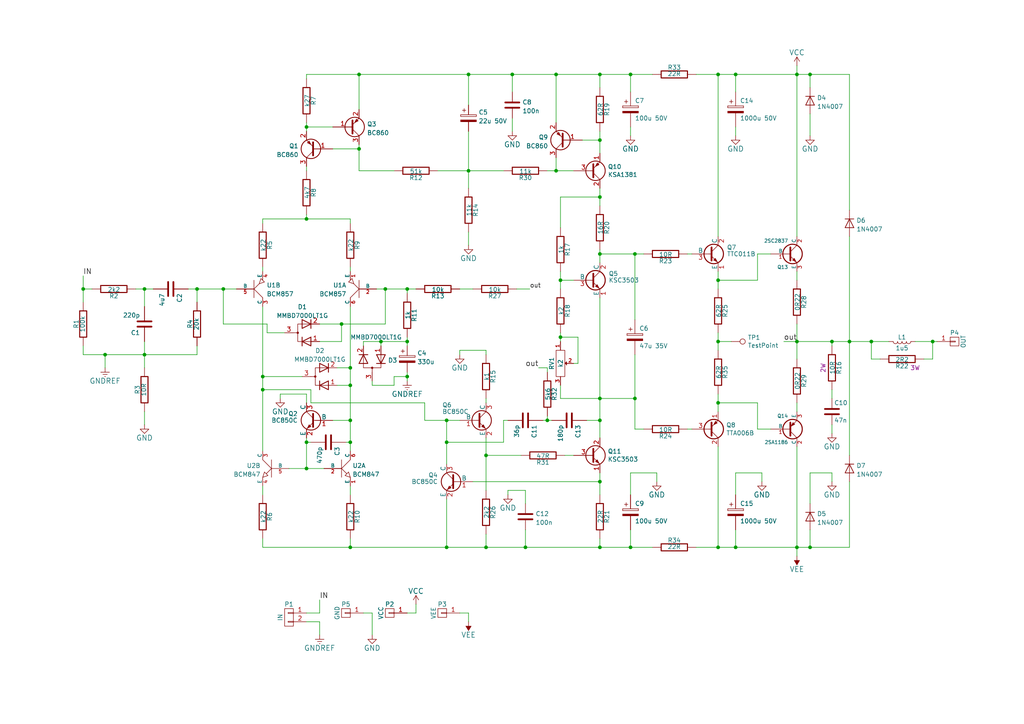
<source format=kicad_sch>
(kicad_sch (version 20211123) (generator eeschema)
  (paper "A4")
  (lib_symbols
    (symbol "Connector:TestPoint" (pin_numbers hide) (pin_names (offset 0.762) hide)
      (property "Reference" "TP" (at 0 6.858 0))
      (property "Value" "TestPoint" (at 0 5.08 0))
      (symbol "TestPoint_1_1"
        (pin passive line (at 0 0 90) (length 2.54) (name "1") (number "1"))
      )
    )
    (symbol "Device:C_Polarized" (pin_numbers hide) (pin_names (offset 0.254))
      (property "Reference" "C" (at 0.635 2.54 0))
      (property "Value" "C_Polarized" (at 0.635 -2.54 0))
      (symbol "C_Polarized_1_1"
        (pin passive line (at 0 3.81 270) (length 2.794) (name "~") (number "1"))
        (pin passive line (at 0 -3.81 90) (length 2.794) (name "~") (number "2"))
      )
    )
    (symbol "Device:D_Dual_Series_AKC_Parallel" (pin_names (offset 0.762) hide)
      (property "Reference" "D" (at 0 5.08 0))
      (property "Value" "D_Dual_Series_AKC_Parallel" (at 0 -5.08 0))
      (symbol "D_Dual_Series_AKC_Parallel_0_1"
        (pin passive line (at 5.08 -2.54 180) (length 2.54) (name "K") (number "1"))
        (pin passive line (at 5.08 2.54 180) (length 2.54) (name "K") (number "2"))
        (pin passive line (at -5.08 0 0) (length 2.54) (name "A") (number "3"))
      )
    )
    (symbol "Device:Q_NPN_ECB" (pin_names (offset 0) hide)
      (property "Reference" "Q" (at 5.08 1.27 0))
      (property "Value" "Q_NPN_ECB" (at 5.08 -1.27 0))
      (symbol "Q_NPN_ECB_1_1"
        (pin passive line (at 2.54 -5.08 90) (length 2.54) (name "E") (number "1"))
        (pin passive line (at 2.54 5.08 270) (length 2.54) (name "C") (number "2"))
        (pin passive line (at -5.08 0 0) (length 5.715) (name "B") (number "3"))
      )
    )
    (symbol "Device:Q_PNP_ECB" (pin_names (offset 0) hide)
      (property "Reference" "Q" (at 5.08 1.27 0))
      (property "Value" "Q_PNP_ECB" (at 5.08 -1.27 0))
      (symbol "Q_PNP_ECB_1_1"
        (pin passive line (at 2.54 -5.08 90) (length 2.54) (name "E") (number "1"))
        (pin passive line (at 2.54 5.08 270) (length 2.54) (name "C") (number "2"))
        (pin input line (at -5.08 0 0) (length 5.715) (name "B") (number "3"))
      )
    )
    (symbol "Transistor_BJT:BC860" (pin_names (offset 0) hide)
      (property "Reference" "Q" (at 5.08 1.905 0))
      (property "Value" "BC860" (at 5.08 0 0))
      (symbol "BC860_1_1"
        (pin input line (at -5.08 0 0) (length 5.715) (name "B") (number "1"))
        (pin passive line (at 2.54 -5.08 90) (length 2.54) (name "E") (number "2"))
        (pin passive line (at 2.54 5.08 270) (length 2.54) (name "C") (number "3"))
      )
    )
    (symbol "Transistor_BJT:BD140" (pin_names (offset 0) hide)
      (property "Reference" "Q" (at 5.08 1.905 0))
      (property "Value" "BD140" (at 5.08 0 0))
      (symbol "BD140_1_1"
        (pin passive line (at 2.54 -5.08 90) (length 2.54) (name "E") (number "1"))
        (pin passive line (at 2.54 5.08 270) (length 2.54) (name "C") (number "2"))
        (pin input line (at -5.08 0 0) (length 5.08) (name "B") (number "3"))
      )
    )
    (symbol "blameless-rescue:2SA1837" (pin_names (offset 0))
      (property "Reference" "Q" (at 0 -3.81 0))
      (property "Value" "2SA1837" (at 0 3.81 0))
      (symbol "2SA1837_1_1"
        (pin input line (at -5.08 0 0) (length 5.715) (name "B") (number "1"))
        (pin passive line (at 2.54 5.08 270) (length 2.54) (name "C") (number "2"))
        (pin passive line (at 2.54 -5.08 90) (length 2.54) (name "E") (number "3"))
      )
    )
    (symbol "blameless-rescue:2SC4793" (pin_names (offset 0))
      (property "Reference" "Q" (at 0 -3.81 0))
      (property "Value" "2SC4793" (at 0 3.81 0))
      (symbol "2SC4793_1_1"
        (pin input line (at -5.08 0 0) (length 5.715) (name "B") (number "1"))
        (pin passive line (at 2.54 5.08 270) (length 2.54) (name "C") (number "2"))
        (pin passive line (at 2.54 -5.08 90) (length 2.54) (name "E") (number "3"))
      )
    )
    (symbol "blameless-rescue:BC850" (pin_names (offset 0))
      (property "Reference" "Q" (at 5.08 1.905 0))
      (property "Value" "BC850" (at 5.08 0 0))
      (symbol "BC850_1_1"
        (pin input line (at -5.08 0 0) (length 5.08) (name "B") (number "1"))
        (pin passive line (at 2.54 -5.08 90) (length 2.54) (name "E") (number "2"))
        (pin passive line (at 2.54 5.08 270) (length 2.54) (name "C") (number "3"))
      )
    )
    (symbol "blameless-rescue:BCM847" (pin_names (offset 0))
      (property "Reference" "U" (at -2.54 3.81 0))
      (property "Value" "BCM847" (at -4.064 -4.318 0))
      (symbol "BCM847_1_1"
        (pin passive line (at 2.54 -5.08 90) (length 2.54) (name "E") (number "1"))
        (pin input line (at -5.08 0 0) (length 5.08) (name "B") (number "2"))
        (pin passive line (at 2.54 5.08 270) (length 2.54) (name "C") (number "6"))
      )
      (symbol "BCM847_2_1"
        (pin passive line (at 2.54 5.08 270) (length 2.54) (name "C") (number "3"))
        (pin passive line (at 2.54 -5.08 90) (length 2.54) (name "E") (number "4"))
        (pin input line (at -5.08 0 0) (length 5.08) (name "B") (number "5"))
      )
    )
    (symbol "blameless-rescue:BCM857" (pin_names (offset 0))
      (property "Reference" "U" (at -2.54 3.81 0))
      (property "Value" "BCM857" (at -4.064 -4.318 0))
      (symbol "BCM857_1_1"
        (pin passive line (at 2.54 -5.08 90) (length 2.54) (name "E") (number "1"))
        (pin input line (at -5.08 0 0) (length 5.08) (name "B") (number "2"))
        (pin passive line (at 2.54 5.08 270) (length 2.54) (name "C") (number "6"))
      )
      (symbol "BCM857_2_1"
        (pin passive line (at 2.54 5.08 270) (length 2.54) (name "C") (number "3"))
        (pin passive line (at 2.54 -5.08 90) (length 2.54) (name "E") (number "4"))
        (pin input line (at -5.08 0 0) (length 5.08) (name "B") (number "5"))
      )
    )
    (symbol "blameless-rescue:BD135" (pin_names (offset 0))
      (property "Reference" "Q" (at 5.08 1.905 0))
      (property "Value" "BD135" (at 5.08 0 0))
      (symbol "BD135_1_1"
        (pin passive line (at 2.54 -5.08 90) (length 2.54) (name "E") (number "1"))
        (pin passive line (at 2.54 5.08 270) (length 2.54) (name "C") (number "2"))
        (pin input line (at -5.08 0 0) (length 5.08) (name "B") (number "3"))
      )
    )
    (symbol "blameless-rescue:C" (pin_numbers hide) (pin_names (offset 0.254))
      (property "Reference" "C" (at 0.635 2.54 0))
      (property "Value" "C" (at 0.635 -2.54 0))
      (symbol "C_1_1"
        (pin passive line (at 0 3.81 270) (length 2.794) (name "~") (number "1"))
        (pin passive line (at 0 -3.81 90) (length 2.794) (name "~") (number "2"))
      )
    )
    (symbol "blameless-rescue:C-RESCUE-blameless" (pin_numbers hide) (pin_names (offset 0.254))
      (property "Reference" "C" (at 1.27 2.54 0))
      (property "Value" "C-RESCUE-blameless" (at 1.27 -2.54 0))
      (symbol "C-RESCUE-blameless_1_1"
        (pin passive line (at 0 5.08 270) (length 4.318) (name "~") (number "1"))
        (pin passive line (at 0 -5.08 90) (length 4.318) (name "~") (number "2"))
      )
    )
    (symbol "blameless-rescue:CONN_01X01" (pin_names (offset 1.016) hide)
      (property "Reference" "J" (at 0 2.54 0))
      (property "Value" "CONN_01X01" (at 2.54 0 90))
      (symbol "CONN_01X01_1_1"
        (pin passive line (at -5.08 0 0) (length 3.81) (name "P1") (number "1"))
      )
    )
    (symbol "blameless-rescue:CONN_01X02" (pin_names (offset 1.016) hide)
      (property "Reference" "J" (at 0 3.81 0))
      (property "Value" "CONN_01X02" (at 2.54 0 90))
      (symbol "CONN_01X02_1_1"
        (pin passive line (at -5.08 1.27 0) (length 3.81) (name "P1") (number "1"))
        (pin passive line (at -5.08 -1.27 0) (length 3.81) (name "P2") (number "2"))
      )
    )
    (symbol "blameless-rescue:CP2" (pin_numbers hide) (pin_names (offset 0.254))
      (property "Reference" "C" (at 1.27 2.54 0))
      (property "Value" "CP2" (at 1.27 -2.54 0))
      (symbol "CP2_1_1"
        (pin passive line (at 0 5.08 270) (length 4.064) (name "~") (number "1"))
        (pin passive line (at 0 -5.08 90) (length 4.064) (name "~") (number "2"))
      )
    )
    (symbol "blameless-rescue:D" (pin_numbers hide) (pin_names (offset 1.016) hide)
      (property "Reference" "D" (at 0 2.54 0))
      (property "Value" "D" (at 0 -2.54 0))
      (symbol "D_1_1"
        (pin passive line (at -3.81 0 0) (length 2.54) (name "K") (number "1"))
        (pin passive line (at 3.81 0 180) (length 2.54) (name "A") (number "2"))
      )
    )
    (symbol "blameless-rescue:L" (pin_numbers hide) (pin_names (offset 1.016) hide)
      (property "Reference" "L" (at -1.27 0 90))
      (property "Value" "L" (at 1.905 0 90))
      (symbol "L_1_1"
        (pin passive line (at 0 3.81 270) (length 1.27) (name "1") (number "1"))
        (pin passive line (at 0 -3.81 90) (length 1.27) (name "2") (number "2"))
      )
    )
    (symbol "blameless-rescue:POT-RESCUE-blameless" (pin_names (offset 1.016) hide)
      (property "Reference" "RV" (at 0 -2.54 0))
      (property "Value" "POT-RESCUE-blameless" (at 0 0 0))
      (symbol "POT-RESCUE-blameless_1_1"
        (pin passive line (at -6.35 0 0) (length 2.54) (name "1") (number "1"))
        (pin passive line (at 0 3.81 270) (length 2.032) (name "2") (number "2"))
        (pin passive line (at 6.35 0 180) (length 2.54) (name "3") (number "3"))
      )
    )
    (symbol "blameless-rescue:R-RESCUE-blameless" (pin_numbers hide) (pin_names (offset 0))
      (property "Reference" "R" (at 2.032 0 90))
      (property "Value" "R-RESCUE-blameless" (at 0.1778 0.0254 90))
      (symbol "R-RESCUE-blameless_1_1"
        (pin passive line (at 0 6.35 270) (length 2.54) (name "~") (number "1"))
        (pin passive line (at 0 -6.35 90) (length 2.54) (name "~") (number "2"))
      )
    )
    (symbol "power:GND" (power) (pin_names (offset 0))
      (property "Value" "GND" (at 0 -3.81 0))
      (symbol "GND_1_1"
        (pin power_in line (at 0 0 270) (length 0) hide (name "GND") (number "1"))
      )
    )
    (symbol "power:GNDREF" (power) (pin_names (offset 0))
      (property "Value" "GNDREF" (at 0 -3.81 0))
      (symbol "GNDREF_1_1"
        (pin power_in line (at 0 0 270) (length 0) hide (name "GNDREF") (number "1"))
      )
    )
    (symbol "power:VCC" (power) (pin_names (offset 0))
      (property "Value" "VCC" (at 0 3.81 0))
      (symbol "VCC_1_1"
        (pin power_in line (at 0 0 90) (length 0) hide (name "VCC") (number "1"))
      )
    )
    (symbol "power:VEE" (power) (pin_names (offset 0))
      (property "Value" "VEE" (at 0 3.81 0))
      (symbol "VEE_1_1"
        (pin power_in line (at 0 0 90) (length 0) hide (name "VEE") (number "1"))
      )
    )
  )
  (junction (at 41.91 83.82))
  (junction (at 148.59 21.59))
  (junction (at 173.99 21.59))
  (junction (at 173.99 158.75))
  (junction (at 162.56 81.28))
  (junction (at 161.29 21.59))
  (junction (at 184.15 115.57))
  (junction (at 208.28 81.28))
  (junction (at 173.99 121.92))
  (junction (at 213.36 21.59))
  (junction (at 129.54 158.75))
  (junction (at 152.4 158.75))
  (junction (at 173.99 40.64))
  (junction (at 208.28 158.75))
  (junction (at 208.28 116.84))
  (junction (at 24.13 83.82))
  (junction (at 135.89 49.53))
  (junction (at 104.14 21.59))
  (junction (at 208.28 21.59))
  (junction (at 213.36 158.75))
  (junction (at 111.76 83.82))
  (junction (at 57.15 83.82))
  (junction (at 184.15 73.66))
  (junction (at 101.6 106.68))
  (junction (at 135.89 21.59))
  (junction (at 140.97 132.08))
  (junction (at 110.49 99.06))
  (junction (at 246.38 99.06))
  (junction (at 101.6 158.75))
  (junction (at 158.75 121.92))
  (junction (at 234.95 158.75))
  (junction (at 101.6 128.27))
  (junction (at 104.14 43.18))
  (junction (at 88.9 128.27))
  (junction (at 231.14 99.06))
  (junction (at 88.9 63.5))
  (junction (at 30.48 102.87))
  (junction (at 162.56 97.79))
  (junction (at 129.54 121.92))
  (junction (at 252.73 99.06))
  (junction (at 101.6 111.76))
  (junction (at 76.2 113.03))
  (junction (at 118.11 109.22))
  (junction (at 118.11 83.82))
  (junction (at 173.99 73.66))
  (junction (at 129.54 128.27))
  (junction (at 41.91 102.87))
  (junction (at 231.14 21.59))
  (junction (at 270.51 99.06))
  (junction (at 76.2 109.22))
  (junction (at 88.9 36.83))
  (junction (at 208.28 99.06))
  (junction (at 182.88 158.75))
  (junction (at 241.3 99.06))
  (junction (at 173.99 115.57))
  (junction (at 231.14 158.75))
  (junction (at 64.77 83.82))
  (junction (at 173.99 57.15))
  (junction (at 173.99 139.7))
  (junction (at 99.06 93.98))
  (junction (at 182.88 21.59))
  (junction (at 118.11 99.06))
  (junction (at 140.97 158.75))
  (junction (at 101.6 121.92))
  (junction (at 88.9 135.89))
  (junction (at 161.29 49.53))
  (junction (at 234.95 21.59))
  (wire (pts (xy 208.28 68.58) (xy 208.28 21.59)))
  (wire (pts (xy 127 49.53) (xy 135.89 49.53)))
  (wire (pts (xy 101.6 63.5) (xy 88.9 63.5)))
  (wire (pts (xy 107.95 110.49) (xy 107.95 111.76)))
  (wire (pts (xy 24.13 80.01) (xy 24.13 83.82)))
  (wire (pts (xy 182.88 21.59) (xy 189.23 21.59)))
  (wire (pts (xy 24.13 83.82) (xy 24.13 87.63)))
  (wire (pts (xy 201.93 21.59) (xy 208.28 21.59)))
  (wire (pts (xy 208.28 101.6) (xy 208.28 99.06)))
  (wire (pts (xy 173.99 73.66) (xy 184.15 73.66)))
  (wire (pts (xy 88.9 180.34) (xy 92.71 180.34)))
  (wire (pts (xy 255.27 104.14) (xy 252.73 104.14)))
  (wire (pts (xy 234.95 137.16) (xy 241.3 137.16)))
  (wire (pts (xy 149.86 83.82) (xy 153.67 83.82)))
  (wire (pts (xy 173.99 54.61) (xy 173.99 57.15)))
  (wire (pts (xy 173.99 72.39) (xy 173.99 73.66)))
  (wire (pts (xy 162.56 78.74) (xy 162.56 81.28)))
  (wire (pts (xy 105.41 177.8) (xy 107.95 177.8)))
  (wire (pts (xy 173.99 38.1) (xy 173.99 40.64)))
  (wire (pts (xy 92.71 93.98) (xy 99.06 93.98)))
  (wire (pts (xy 184.15 73.66) (xy 186.69 73.66)))
  (wire (pts (xy 231.14 116.84) (xy 231.14 119.38)))
  (wire (pts (xy 88.9 128.27) (xy 88.9 135.89)))
  (wire (pts (xy 241.3 99.06) (xy 246.38 99.06)))
  (wire (pts (xy 135.89 49.53) (xy 146.05 49.53)))
  (wire (pts (xy 101.6 128.27) (xy 101.6 130.81)))
  (wire (pts (xy 107.95 177.8) (xy 107.95 184.15)))
  (wire (pts (xy 101.6 111.76) (xy 101.6 121.92)))
  (wire (pts (xy 182.88 39.37) (xy 182.88 36.83)))
  (wire (pts (xy 152.4 153.67) (xy 152.4 158.75)))
  (wire (pts (xy 76.2 156.21) (xy 76.2 158.75)))
  (wire (pts (xy 270.51 99.06) (xy 270.51 104.14)))
  (wire (pts (xy 173.99 158.75) (xy 182.88 158.75)))
  (wire (pts (xy 77.47 93.98) (xy 64.77 93.98)))
  (wire (pts (xy 104.14 21.59) (xy 104.14 31.75)))
  (wire (pts (xy 129.54 121.92) (xy 129.54 128.27)))
  (wire (pts (xy 90.17 116.84) (xy 123.19 116.84)))
  (wire (pts (xy 234.95 158.75) (xy 231.14 158.75)))
  (wire (pts (xy 148.59 34.29) (xy 148.59 38.1)))
  (wire (pts (xy 41.91 88.9) (xy 41.91 83.82)))
  (wire (pts (xy 199.39 73.66) (xy 200.66 73.66)))
  (wire (pts (xy 147.32 143.51) (xy 147.32 142.24)))
  (wire (pts (xy 76.2 158.75) (xy 101.6 158.75)))
  (wire (pts (xy 173.99 137.16) (xy 173.99 139.7)))
  (wire (pts (xy 88.9 135.89) (xy 93.98 135.89)))
  (wire (pts (xy 219.71 73.66) (xy 223.52 73.66)))
  (wire (pts (xy 208.28 99.06) (xy 208.28 96.52)))
  (wire (pts (xy 24.13 100.33) (xy 24.13 102.87)))
  (wire (pts (xy 26.67 83.82) (xy 24.13 83.82)))
  (wire (pts (xy 158.75 107.95) (xy 158.75 106.68)))
  (wire (pts (xy 77.47 96.52) (xy 77.47 93.98)))
  (wire (pts (xy 146.05 128.27) (xy 129.54 128.27)))
  (wire (pts (xy 201.93 158.75) (xy 208.28 158.75)))
  (wire (pts (xy 152.4 142.24) (xy 152.4 146.05)))
  (wire (pts (xy 246.38 99.06) (xy 246.38 132.08)))
  (wire (pts (xy 81.28 114.3) (xy 88.9 114.3)))
  (wire (pts (xy 234.95 21.59) (xy 234.95 25.4)))
  (wire (pts (xy 41.91 102.87) (xy 57.15 102.87)))
  (wire (pts (xy 231.14 99.06) (xy 231.14 104.14)))
  (wire (pts (xy 208.28 158.75) (xy 213.36 158.75)))
  (wire (pts (xy 140.97 154.94) (xy 140.97 158.75)))
  (wire (pts (xy 162.56 81.28) (xy 162.56 83.82)))
  (wire (pts (xy 148.59 21.59) (xy 148.59 26.67)))
  (wire (pts (xy 111.76 83.82) (xy 111.76 93.98)))
  (wire (pts (xy 64.77 83.82) (xy 68.58 83.82)))
  (wire (pts (xy 252.73 99.06) (xy 257.81 99.06)))
  (wire (pts (xy 64.77 93.98) (xy 64.77 83.82)))
  (wire (pts (xy 140.97 132.08) (xy 151.13 132.08)))
  (wire (pts (xy 173.99 40.64) (xy 173.99 44.45)))
  (wire (pts (xy 120.65 177.8) (xy 120.65 175.26)))
  (wire (pts (xy 162.56 81.28) (xy 166.37 81.28)))
  (wire (pts (xy 135.89 49.53) (xy 135.89 54.61)))
  (wire (pts (xy 88.9 128.27) (xy 90.17 128.27)))
  (wire (pts (xy 41.91 83.82) (xy 44.45 83.82)))
  (wire (pts (xy 212.09 99.06) (xy 208.28 99.06)))
  (wire (pts (xy 208.28 81.28) (xy 219.71 81.28)))
  (wire (pts (xy 213.36 137.16) (xy 213.36 143.51)))
  (wire (pts (xy 135.89 21.59) (xy 148.59 21.59)))
  (wire (pts (xy 168.91 40.64) (xy 173.99 40.64)))
  (wire (pts (xy 163.83 132.08) (xy 166.37 132.08)))
  (wire (pts (xy 88.9 177.8) (xy 92.71 177.8)))
  (wire (pts (xy 252.73 104.14) (xy 252.73 99.06)))
  (wire (pts (xy 246.38 60.96) (xy 246.38 21.59)))
  (wire (pts (xy 231.14 21.59) (xy 231.14 68.58)))
  (wire (pts (xy 114.3 109.22) (xy 118.11 109.22)))
  (wire (pts (xy 173.99 139.7) (xy 173.99 143.51)))
  (wire (pts (xy 92.71 177.8) (xy 92.71 173.99)))
  (wire (pts (xy 105.41 100.33) (xy 105.41 99.06)))
  (wire (pts (xy 76.2 63.5) (xy 76.2 64.77)))
  (wire (pts (xy 110.49 99.06) (xy 110.49 100.33)))
  (wire (pts (xy 135.89 177.8) (xy 135.89 180.34)))
  (wire (pts (xy 161.29 49.53) (xy 161.29 45.72)))
  (wire (pts (xy 118.11 83.82) (xy 120.65 83.82)))
  (wire (pts (xy 208.28 81.28) (xy 208.28 83.82)))
  (wire (pts (xy 213.36 21.59) (xy 231.14 21.59)))
  (wire (pts (xy 158.75 120.65) (xy 158.75 121.92)))
  (wire (pts (xy 101.6 140.97) (xy 101.6 143.51)))
  (wire (pts (xy 208.28 78.74) (xy 208.28 81.28)))
  (wire (pts (xy 246.38 21.59) (xy 234.95 21.59)))
  (wire (pts (xy 111.76 83.82) (xy 118.11 83.82)))
  (wire (pts (xy 76.2 88.9) (xy 76.2 109.22)))
  (wire (pts (xy 234.95 146.05) (xy 234.95 137.16)))
  (wire (pts (xy 90.17 116.84) (xy 90.17 113.03)))
  (wire (pts (xy 76.2 113.03) (xy 76.2 130.81)))
  (wire (pts (xy 170.18 121.92) (xy 173.99 121.92)))
  (wire (pts (xy 167.64 97.79) (xy 167.64 105.41)))
  (wire (pts (xy 140.97 115.57) (xy 140.97 116.84)))
  (wire (pts (xy 158.75 49.53) (xy 161.29 49.53)))
  (wire (pts (xy 241.3 137.16) (xy 241.3 139.7)))
  (wire (pts (xy 76.2 109.22) (xy 76.2 113.03)))
  (wire (pts (xy 157.48 121.92) (xy 158.75 121.92)))
  (wire (pts (xy 76.2 140.97) (xy 76.2 143.51)))
  (wire (pts (xy 99.06 93.98) (xy 111.76 93.98)))
  (wire (pts (xy 173.99 21.59) (xy 182.88 21.59)))
  (wire (pts (xy 199.39 124.46) (xy 200.66 124.46)))
  (wire (pts (xy 213.36 158.75) (xy 231.14 158.75)))
  (wire (pts (xy 123.19 121.92) (xy 129.54 121.92)))
  (wire (pts (xy 30.48 102.87) (xy 41.91 102.87)))
  (wire (pts (xy 137.16 139.7) (xy 173.99 139.7)))
  (wire (pts (xy 161.29 35.56) (xy 161.29 21.59)))
  (wire (pts (xy 88.9 63.5) (xy 76.2 63.5)))
  (wire (pts (xy 173.99 57.15) (xy 173.99 59.69)))
  (wire (pts (xy 76.2 77.47) (xy 76.2 78.74)))
  (wire (pts (xy 101.6 156.21) (xy 101.6 158.75)))
  (wire (pts (xy 97.79 106.68) (xy 101.6 106.68)))
  (wire (pts (xy 190.5 139.7) (xy 190.5 137.16)))
  (wire (pts (xy 118.11 177.8) (xy 120.65 177.8)))
  (wire (pts (xy 156.21 106.68) (xy 158.75 106.68)))
  (wire (pts (xy 167.64 105.41) (xy 166.37 105.41)))
  (wire (pts (xy 162.56 57.15) (xy 162.56 66.04)))
  (wire (pts (xy 241.3 113.03) (xy 241.3 115.57)))
  (wire (pts (xy 92.71 99.06) (xy 99.06 99.06)))
  (wire (pts (xy 158.75 121.92) (xy 160.02 121.92)))
  (wire (pts (xy 101.6 64.77) (xy 101.6 63.5)))
  (wire (pts (xy 88.9 21.59) (xy 104.14 21.59)))
  (wire (pts (xy 118.11 109.22) (xy 118.11 110.49)))
  (wire (pts (xy 88.9 21.59) (xy 88.9 22.86)))
  (wire (pts (xy 90.17 113.03) (xy 76.2 113.03)))
  (wire (pts (xy 135.89 21.59) (xy 135.89 30.48)))
  (wire (pts (xy 133.35 177.8) (xy 135.89 177.8)))
  (wire (pts (xy 219.71 124.46) (xy 223.52 124.46)))
  (wire (pts (xy 208.28 114.3) (xy 208.28 116.84)))
  (wire (pts (xy 107.95 111.76) (xy 114.3 111.76)))
  (wire (pts (xy 96.52 43.18) (xy 104.14 43.18)))
  (wire (pts (xy 101.6 158.75) (xy 129.54 158.75)))
  (wire (pts (xy 173.99 21.59) (xy 173.99 25.4)))
  (wire (pts (xy 99.06 93.98) (xy 99.06 99.06)))
  (wire (pts (xy 234.95 21.59) (xy 231.14 21.59)))
  (wire (pts (xy 41.91 99.06) (xy 41.91 102.87)))
  (wire (pts (xy 231.14 19.05) (xy 231.14 21.59)))
  (wire (pts (xy 140.97 158.75) (xy 152.4 158.75)))
  (wire (pts (xy 231.14 99.06) (xy 241.3 99.06)))
  (wire (pts (xy 246.38 99.06) (xy 252.73 99.06)))
  (wire (pts (xy 182.88 137.16) (xy 182.88 143.51)))
  (wire (pts (xy 213.36 21.59) (xy 213.36 26.67)))
  (wire (pts (xy 162.56 97.79) (xy 162.56 99.06)))
  (wire (pts (xy 219.71 73.66) (xy 219.71 81.28)))
  (wire (pts (xy 173.99 121.92) (xy 173.99 127)))
  (wire (pts (xy 161.29 49.53) (xy 166.37 49.53)))
  (wire (pts (xy 133.35 102.87) (xy 133.35 101.6)))
  (wire (pts (xy 234.95 33.02) (xy 234.95 39.37)))
  (wire (pts (xy 231.14 78.74) (xy 231.14 81.28)))
  (wire (pts (xy 231.14 158.75) (xy 231.14 129.54)))
  (wire (pts (xy 231.14 93.98) (xy 231.14 99.06)))
  (wire (pts (xy 118.11 97.79) (xy 118.11 99.06)))
  (wire (pts (xy 140.97 127) (xy 140.97 132.08)))
  (wire (pts (xy 173.99 86.36) (xy 173.99 115.57)))
  (wire (pts (xy 173.99 73.66) (xy 173.99 76.2)))
  (wire (pts (xy 129.54 158.75) (xy 140.97 158.75)))
  (wire (pts (xy 77.47 96.52) (xy 82.55 96.52)))
  (wire (pts (xy 81.28 115.57) (xy 81.28 114.3)))
  (wire (pts (xy 92.71 180.34) (xy 92.71 184.15)))
  (wire (pts (xy 123.19 116.84) (xy 123.19 121.92)))
  (wire (pts (xy 148.59 21.59) (xy 161.29 21.59)))
  (wire (pts (xy 184.15 102.87) (xy 184.15 115.57)))
  (wire (pts (xy 220.98 139.7) (xy 220.98 137.16)))
  (wire (pts (xy 88.9 114.3) (xy 88.9 116.84)))
  (wire (pts (xy 208.28 21.59) (xy 213.36 21.59)))
  (wire (pts (xy 246.38 158.75) (xy 234.95 158.75)))
  (wire (pts (xy 118.11 83.82) (xy 118.11 85.09)))
  (wire (pts (xy 173.99 156.21) (xy 173.99 158.75)))
  (wire (pts (xy 184.15 115.57) (xy 184.15 124.46)))
  (wire (pts (xy 231.14 158.75) (xy 231.14 161.29)))
  (wire (pts (xy 246.38 68.58) (xy 246.38 99.06)))
  (wire (pts (xy 104.14 49.53) (xy 114.3 49.53)))
  (wire (pts (xy 227.33 99.06) (xy 231.14 99.06)))
  (wire (pts (xy 104.14 49.53) (xy 104.14 43.18)))
  (wire (pts (xy 147.32 142.24) (xy 152.4 142.24)))
  (wire (pts (xy 57.15 83.82) (xy 64.77 83.82)))
  (wire (pts (xy 114.3 111.76) (xy 114.3 109.22)))
  (wire (pts (xy 101.6 88.9) (xy 101.6 106.68)))
  (wire (pts (xy 97.79 111.76) (xy 101.6 111.76)))
  (wire (pts (xy 208.28 116.84) (xy 208.28 119.38)))
  (wire (pts (xy 39.37 83.82) (xy 41.91 83.82)))
  (wire (pts (xy 57.15 102.87) (xy 57.15 100.33)))
  (wire (pts (xy 88.9 35.56) (xy 88.9 36.83)))
  (wire (pts (xy 135.89 67.31) (xy 135.89 71.12)))
  (wire (pts (xy 182.88 26.67) (xy 182.88 21.59)))
  (wire (pts (xy 265.43 99.06) (xy 270.51 99.06)))
  (wire (pts (xy 208.28 116.84) (xy 219.71 116.84)))
  (wire (pts (xy 101.6 106.68) (xy 101.6 111.76)))
  (wire (pts (xy 152.4 158.75) (xy 173.99 158.75)))
  (wire (pts (xy 118.11 99.06) (xy 118.11 100.33)))
  (wire (pts (xy 182.88 158.75) (xy 182.88 153.67)))
  (wire (pts (xy 162.56 57.15) (xy 173.99 57.15)))
  (wire (pts (xy 220.98 137.16) (xy 213.36 137.16)))
  (wire (pts (xy 118.11 107.95) (xy 118.11 109.22)))
  (wire (pts (xy 140.97 132.08) (xy 140.97 142.24)))
  (wire (pts (xy 234.95 153.67) (xy 234.95 158.75)))
  (wire (pts (xy 76.2 109.22) (xy 87.63 109.22)))
  (wire (pts (xy 110.49 99.06) (xy 118.11 99.06)))
  (wire (pts (xy 146.05 121.92) (xy 146.05 128.27)))
  (wire (pts (xy 129.54 144.78) (xy 129.54 158.75)))
  (wire (pts (xy 161.29 21.59) (xy 173.99 21.59)))
  (wire (pts (xy 162.56 96.52) (xy 162.56 97.79)))
  (wire (pts (xy 105.41 99.06) (xy 110.49 99.06)))
  (wire (pts (xy 213.36 39.37) (xy 213.36 36.83)))
  (wire (pts (xy 88.9 36.83) (xy 96.52 36.83)))
  (wire (pts (xy 213.36 158.75) (xy 213.36 153.67)))
  (wire (pts (xy 173.99 115.57) (xy 184.15 115.57)))
  (wire (pts (xy 96.52 121.92) (xy 101.6 121.92)))
  (wire (pts (xy 104.14 21.59) (xy 135.89 21.59)))
  (wire (pts (xy 162.56 115.57) (xy 173.99 115.57)))
  (wire (pts (xy 184.15 73.66) (xy 184.15 92.71)))
  (wire (pts (xy 162.56 97.79) (xy 167.64 97.79)))
  (wire (pts (xy 140.97 101.6) (xy 140.97 102.87)))
  (wire (pts (xy 190.5 137.16) (xy 182.88 137.16)))
  (wire (pts (xy 133.35 83.82) (xy 137.16 83.82)))
  (wire (pts (xy 88.9 48.26) (xy 88.9 49.53)))
  (wire (pts (xy 133.35 101.6) (xy 140.97 101.6)))
  (wire (pts (xy 270.51 99.06) (xy 271.78 99.06)))
  (wire (pts (xy 101.6 77.47) (xy 101.6 78.74)))
  (wire (pts (xy 147.32 121.92) (xy 146.05 121.92)))
  (wire (pts (xy 83.82 135.89) (xy 88.9 135.89)))
  (wire (pts (xy 100.33 128.27) (xy 101.6 128.27)))
  (wire (pts (xy 270.51 104.14) (xy 267.97 104.14)))
  (wire (pts (xy 88.9 36.83) (xy 88.9 38.1)))
  (wire (pts (xy 241.3 99.06) (xy 241.3 100.33)))
  (wire (pts (xy 30.48 102.87) (xy 30.48 106.68)))
  (wire (pts (xy 182.88 158.75) (xy 189.23 158.75)))
  (wire (pts (xy 101.6 121.92) (xy 101.6 128.27)))
  (wire (pts (xy 133.35 121.92) (xy 129.54 121.92)))
  (wire (pts (xy 88.9 62.23) (xy 88.9 63.5)))
  (wire (pts (xy 88.9 127) (xy 88.9 128.27)))
  (wire (pts (xy 208.28 129.54) (xy 208.28 158.75)))
  (wire (pts (xy 104.14 43.18) (xy 104.14 41.91)))
  (wire (pts (xy 54.61 83.82) (xy 57.15 83.82)))
  (wire (pts (xy 241.3 123.19) (xy 241.3 125.73)))
  (wire (pts (xy 219.71 124.46) (xy 219.71 116.84)))
  (wire (pts (xy 162.56 115.57) (xy 162.56 111.76)))
  (wire (pts (xy 41.91 102.87) (xy 41.91 106.68)))
  (wire (pts (xy 184.15 124.46) (xy 186.69 124.46)))
  (wire (pts (xy 135.89 38.1) (xy 135.89 49.53)))
  (wire (pts (xy 129.54 128.27) (xy 129.54 134.62)))
  (wire (pts (xy 109.22 83.82) (xy 111.76 83.82)))
  (wire (pts (xy 246.38 139.7) (xy 246.38 158.75)))
  (wire (pts (xy 57.15 83.82) (xy 57.15 87.63)))
  (wire (pts (xy 173.99 115.57) (xy 173.99 121.92)))
  (wire (pts (xy 41.91 119.38) (xy 41.91 123.19)))
  (wire (pts (xy 24.13 102.87) (xy 30.48 102.87)))
  (label "out" (at 227.33 99.06 0) (effects (font (size 1.524 1.524))))
  (label "IN" (at 92.71 173.99 0) (effects (font (size 1.524 1.524))))
  (label "IN" (at 24.13 80.01 0) (effects (font (size 1.524 1.524))))
  (label "out" (at 156.21 106.68 180) (effects (font (size 1.524 1.524))))
  (label "out" (at 153.67 83.82 0))
  (symbol (lib_id "blameless-rescue:R-RESCUE-blameless") (at 57.15 93.98 180) (unit 1)
    (property "Reference" "R4" (at 55.118 93.98 90))
    (property "Value" "20k" (at 56.9722 94.0054 90))
    (property "Footprint" "Resistor_SMD:R_MiniMELF_MMA-0204" (effects hide))
  )
  (symbol (lib_id "blameless-rescue:R-RESCUE-blameless") (at 173.99 31.75 0) (unit 1)
    (property "Reference" "R19" (at 176.022 31.75 90))
    (property "Value" "62R" (at 174.1678 31.7246 90))
    (property "Footprint" "Resistor_SMD:R_MiniMELF_MMA-0204" (effects hide))
  )
  (symbol (lib_id "blameless-rescue:R-RESCUE-blameless") (at 173.99 66.04 0) (unit 1)
    (property "Reference" "R20" (at 176.022 66.04 90))
    (property "Value" "16R" (at 174.1678 66.0146 90))
    (property "Footprint" "Resistor_SMD:R_MiniMELF_MMA-0204" (effects hide))
  )
  (symbol (lib_id "blameless-rescue:R-RESCUE-blameless") (at 162.56 72.39 0) (unit 1)
    (property "Reference" "R17" (at 164.592 72.39 90))
    (property "Value" "1k" (at 162.7378 72.3646 90))
    (property "Footprint" "Resistor_SMD:R_MiniMELF_MMA-0204" (effects hide))
  )
  (symbol (lib_id "blameless-rescue:R-RESCUE-blameless") (at 162.56 90.17 0) (unit 1)
    (property "Reference" "R18" (at 164.592 90.17 90))
    (property "Value" "k2" (at 162.7378 90.1446 90))
    (property "Footprint" "Resistor_SMD:R_MiniMELF_MMA-0204" (effects hide))
  )
  (symbol (lib_id "blameless-rescue:POT-RESCUE-blameless") (at 162.56 105.41 270) (unit 1)
    (property "Reference" "RV1" (at 160.02 105.41 0))
    (property "Value" "k2" (at 162.56 105.41 0))
    (property "Footprint" "Potentiometer_SMD:Potentiometer_Bourns_3214G_Horizontal" (effects hide))
  )
  (symbol (lib_id "blameless-rescue:CP2") (at 184.15 97.79 0) (unit 1)
    (property "Reference" "C6" (at 185.42 95.25 0) (effects (justify left)))
    (property "Value" "47u 35V" (at 185.42 100.33 0) (effects (justify left)))
    (property "Footprint" "Capacitors_SMD:CP_Elec_6.3x7.7" (effects hide))
  )
  (symbol (lib_id "blameless-rescue:R-RESCUE-blameless") (at 173.99 149.86 0) (unit 1)
    (property "Reference" "R21" (at 176.022 149.86 90))
    (property "Value" "22R" (at 174.1678 149.8346 90))
    (property "Footprint" "Resistor_SMD:R_MiniMELF_MMA-0204" (effects hide))
  )
  (symbol (lib_id "blameless-rescue:R-RESCUE-blameless") (at 208.28 90.17 0) (unit 1)
    (property "Reference" "R25" (at 210.312 90.17 90))
    (property "Value" "62R" (at 208.4578 90.1446 90))
    (property "Footprint" "Resistor_SMD:R_MiniMELF_MMA-0204" (effects hide))
  )
  (symbol (lib_id "blameless-rescue:R-RESCUE-blameless") (at 193.04 73.66 270) (unit 1)
    (property "Reference" "R23" (at 193.04 75.692 90))
    (property "Value" "10R" (at 193.0654 73.8378 90))
    (property "Footprint" "Resistor_SMD:R_MiniMELF_MMA-0204" (effects hide))
  )
  (symbol (lib_id "blameless-rescue:R-RESCUE-blameless") (at 193.04 124.46 270) (unit 1)
    (property "Reference" "R24" (at 193.04 126.492 90))
    (property "Value" "10R" (at 193.0654 124.6378 90))
    (property "Footprint" "Resistor_SMD:R_MiniMELF_MMA-0204" (effects hide))
  )
  (symbol (lib_id "blameless-rescue:2SC4793") (at 228.6 73.66 0) (unit 1)
    (property "Reference" "Q13" (at 228.6 77.47 0) (effects (font (size 1.016 1.016)) (justify right)))
    (property "Value" "2SC2837" (at 228.6 69.85 0) (effects (font (size 1.016 1.016)) (justify right)))
    (property "Footprint" "TOs:to247" (effects hide))
  )
  (symbol (lib_id "blameless-rescue:2SA1837") (at 228.6 124.46 0) (mirror x) (unit 1)
    (property "Reference" "Q14" (at 228.6 120.65 0) (effects (font (size 1.016 1.016)) (justify right)))
    (property "Value" "2SA1186" (at 228.6 128.27 0) (effects (font (size 1.016 1.016)) (justify right)))
    (property "Footprint" "TOs:to247" (effects hide))
  )
  (symbol (lib_id "blameless-rescue:C-RESCUE-blameless") (at 49.53 83.82 270) (unit 1)
    (property "Reference" "C2" (at 52.07 85.09 0) (effects (justify left)))
    (property "Value" "4u7" (at 46.99 85.09 0) (effects (justify left)))
    (property "Footprint" "Capacitors_SMD:C_1206_HandSoldering" (effects hide))
  )
  (symbol (lib_id "blameless-rescue:C-RESCUE-blameless") (at 41.91 93.98 180) (unit 1)
    (property "Reference" "C1" (at 40.64 96.52 0) (effects (justify left)))
    (property "Value" "220p" (at 40.64 91.44 0) (effects (justify left)))
    (property "Footprint" "Capacitors_SMD:C_1206_HandSoldering" (effects hide))
  )
  (symbol (lib_id "blameless-rescue:R-RESCUE-blameless") (at 33.02 83.82 270) (unit 1)
    (property "Reference" "R2" (at 33.02 85.852 90))
    (property "Value" "2k2" (at 33.0454 83.9978 90))
    (property "Footprint" "Resistor_SMD:R_MiniMELF_MMA-0204" (effects hide))
  )
  (symbol (lib_id "blameless-rescue:R-RESCUE-blameless") (at 231.14 87.63 0) (unit 1)
    (property "Reference" "R28" (at 233.172 87.63 90))
    (property "Value" "0R22" (at 231.3178 87.6046 90))
    (property "Footprint" "Resistor_THT:R_Box_L14.0mm_W5.0mm_P9.00mm" (effects hide))
  )
  (symbol (lib_id "blameless-rescue:R-RESCUE-blameless") (at 231.14 110.49 0) (unit 1)
    (property "Reference" "R29" (at 233.172 110.49 90))
    (property "Value" "0R22" (at 231.3178 110.4646 90))
    (property "Footprint" "Resistor_THT:R_Box_L14.0mm_W5.0mm_P9.00mm" (effects hide))
  )
  (symbol (lib_id "blameless-rescue:R-RESCUE-blameless") (at 41.91 113.03 180) (unit 1)
    (property "Reference" "R3" (at 39.878 113.03 90))
    (property "Value" "10R" (at 41.7322 113.0554 90))
    (property "Footprint" "Resistor_SMD:R_MiniMELF_MMA-0204" (effects hide))
  )
  (symbol (lib_id "power:GND") (at 41.91 123.19 0) (unit 1)
    (property "Reference" "#PWR04" (effects hide))
    (property "Value" "GND" (at 41.91 127 0) (effects (font (size 1.524 1.524))))
  )
  (symbol (lib_id "power:GNDREF") (at 30.48 106.68 0) (unit 1)
    (property "Reference" "#PWR05" (effects hide))
    (property "Value" "GNDREF" (at 30.48 110.49 0) (effects (font (size 1.524 1.524))))
  )
  (symbol (lib_id "blameless-rescue:R-RESCUE-blameless") (at 24.13 93.98 180) (unit 1)
    (property "Reference" "R1" (at 22.098 93.98 90))
    (property "Value" "100k" (at 23.9522 94.0054 90))
    (property "Footprint" "Resistor_SMD:R_MiniMELF_MMA-0204" (effects hide))
  )
  (symbol (lib_id "power:VCC") (at 231.14 19.05 0) (unit 1)
    (property "Reference" "#PWR07" (effects hide))
    (property "Value" "VCC" (at 231.14 15.24 0) (effects (font (size 1.524 1.524))))
  )
  (symbol (lib_id "power:VEE") (at 231.14 161.29 180) (unit 1)
    (property "Reference" "#PWR08" (effects hide))
    (property "Value" "VEE" (at 231.14 165.1 0) (effects (font (size 1.524 1.524))))
  )
  (symbol (lib_id "blameless-rescue:CONN_01X02") (at 83.82 179.07 0) (mirror y) (unit 1)
    (property "Reference" "P1" (at 83.82 175.26 0))
    (property "Value" "IN" (at 81.28 179.07 90))
    (property "Footprint" "w_conn_pt-1,5:pt_1,5-2-3,5-h" (effects hide))
  )
  (symbol (lib_id "power:GNDREF") (at 92.71 184.15 0) (unit 1)
    (property "Reference" "#PWR09" (effects hide))
    (property "Value" "GNDREF" (at 92.71 187.96 0) (effects (font (size 1.524 1.524))))
  )
  (symbol (lib_id "blameless-rescue:CONN_01X01") (at 113.03 177.8 0) (mirror y) (unit 1)
    (property "Reference" "P2" (at 113.03 175.26 0))
    (property "Value" "VCC" (at 110.49 177.8 90))
    (property "Footprint" "Connectors:1pin" (effects hide))
  )
  (symbol (lib_id "power:VCC") (at 120.65 175.26 0) (unit 1)
    (property "Reference" "#PWR010" (effects hide))
    (property "Value" "VCC" (at 120.65 171.45 0) (effects (font (size 1.524 1.524))))
  )
  (symbol (lib_id "blameless-rescue:CONN_01X01") (at 128.27 177.8 0) (mirror y) (unit 1)
    (property "Reference" "P3" (at 128.27 175.26 0))
    (property "Value" "VEE" (at 125.73 177.8 90))
    (property "Footprint" "Connectors:1pin" (effects hide))
  )
  (symbol (lib_id "power:VEE") (at 135.89 180.34 180) (unit 1)
    (property "Reference" "#PWR011" (effects hide))
    (property "Value" "VEE" (at 135.89 184.15 0) (effects (font (size 1.524 1.524))))
  )
  (symbol (lib_id "blameless-rescue:CONN_01X01") (at 276.86 99.06 0) (unit 1)
    (property "Reference" "P4" (at 276.86 96.52 0))
    (property "Value" "OUT" (at 279.4 99.06 90))
    (property "Footprint" "Connectors:1pin" (effects hide))
  )
  (symbol (lib_id "blameless-rescue:CONN_01X01") (at 100.33 177.8 0) (mirror y) (unit 1)
    (property "Reference" "P5" (at 100.33 175.26 0))
    (property "Value" "GND" (at 97.79 177.8 90))
    (property "Footprint" "Connectors:1pin" (effects hide))
  )
  (symbol (lib_id "power:GND") (at 107.95 184.15 0) (unit 1)
    (property "Reference" "#PWR012" (effects hide))
    (property "Value" "GND" (at 107.95 187.96 0) (effects (font (size 1.524 1.524))))
  )
  (symbol (lib_id "blameless-rescue:BD135") (at 171.45 81.28 0) (unit 1)
    (property "Reference" "Q5" (at 176.53 79.375 0) (effects (justify left)))
    (property "Value" "KSC3503" (at 176.53 81.28 0) (effects (justify left)))
    (property "Footprint" "TO_SOT_Packages_THT:TO-126_Vertical" (effects hide))
  )
  (symbol (lib_id "blameless-rescue:CP2") (at 182.88 31.75 0) (unit 1)
    (property "Reference" "C7" (at 184.15 29.21 0) (effects (justify left)))
    (property "Value" "100u 50V" (at 184.15 34.29 0) (effects (justify left)))
    (property "Footprint" "Capacitors_SMD:CP_Elec_8x10" (effects hide))
  )
  (symbol (lib_id "blameless-rescue:CP2") (at 182.88 148.59 0) (unit 1)
    (property "Reference" "C9" (at 184.15 146.05 0) (effects (justify left)))
    (property "Value" "100u 50V" (at 184.15 151.13 0) (effects (justify left)))
    (property "Footprint" "Capacitors_SMD:CP_Elec_8x10" (effects hide))
  )
  (symbol (lib_id "power:GND") (at 182.88 39.37 0) (unit 1)
    (property "Reference" "#PWR013" (effects hide))
    (property "Value" "GND" (at 182.88 43.18 0) (effects (font (size 1.524 1.524))))
  )
  (symbol (lib_id "power:GND") (at 241.3 125.73 0) (unit 1)
    (property "Reference" "#PWR014" (effects hide))
    (property "Value" "GND" (at 241.3 129.54 0) (effects (font (size 1.524 1.524))))
  )
  (symbol (lib_id "blameless-rescue:C") (at 241.3 119.38 0) (unit 1)
    (property "Reference" "C10" (at 241.935 116.84 0) (effects (justify left)))
    (property "Value" "47n" (at 241.935 121.92 0) (effects (justify left)))
    (property "Footprint" "Capacitor_THT:C_Rect_L7.0mm_W2.5mm_P5.00mm" (effects hide))
  )
  (symbol (lib_id "blameless-rescue:R-RESCUE-blameless") (at 241.3 106.68 0) (unit 1)
    (property "Reference" "R16" (at 243.332 106.68 90))
    (property "Value" "10R" (at 241.4778 106.6546 90))
    (property "Footprint" "Resistor_THT:R_Axial_DIN0516_L15.5mm_D5.0mm_P5.08mm_Vertical" (effects hide))
    (property "Moc" "2W" (at 238.76 106.68 90))
  )
  (symbol (lib_id "power:GND") (at 190.5 139.7 0) (unit 1)
    (property "Reference" "#PWR015" (effects hide))
    (property "Value" "GND" (at 190.5 143.51 0) (effects (font (size 1.524 1.524))))
  )
  (symbol (lib_id "blameless-rescue:L") (at 261.62 99.06 270) (unit 1)
    (property "Reference" "L1" (at 261.62 97.79 90))
    (property "Value" "1u5" (at 261.62 100.965 90))
    (property "Footprint" "Choke_Toroid_ThroughHole:Choke_Toroid_5x10mm_Vertical" (effects hide))
  )
  (symbol (lib_id "blameless-rescue:R-RESCUE-blameless") (at 261.62 104.14 270) (unit 1)
    (property "Reference" "R22" (at 261.62 106.172 90))
    (property "Value" "2R2" (at 261.6454 104.3178 90))
    (property "Footprint" "Resistor_SMD:R_MiniMELF_MMA-0204" (effects hide))
    (property "Moc" "3W" (at 265.43 106.68 90))
  )
  (symbol (lib_id "blameless-rescue:BD135") (at 205.74 73.66 0) (unit 1)
    (property "Reference" "Q7" (at 210.82 71.755 0) (effects (justify left)))
    (property "Value" "TTC011B" (at 210.82 73.66 0) (effects (justify left)))
    (property "Footprint" "Package_TO_SOT_THT:TO-126-3_Vertical" (effects hide))
  )
  (symbol (lib_id "Transistor_BJT:BD140") (at 205.74 124.46 0) (mirror x) (unit 1)
    (property "Reference" "Q8" (at 210.6168 123.2916 0) (effects (justify left)))
    (property "Value" "TTA006B" (at 210.6168 125.603 0) (effects (justify left)))
    (property "Footprint" "Package_TO_SOT_THT:TO-126-3_Vertical" (effects hide))
    (property "Datasheet" "http://www.st.com/internet/com/TECHNICAL_RESOURCES/TECHNICAL_LITERATURE/DATASHEET/CD00001225.pdf" (effects hide))
  )
  (symbol (lib_id "Device:Q_NPN_ECB") (at 171.45 132.08 0) (unit 1)
    (property "Reference" "Q11" (at 176.276 130.9116 0) (effects (justify left)))
    (property "Value" "KSC3503" (at 176.276 133.223 0) (effects (justify left)))
  )
  (symbol (lib_id "blameless-rescue:BC850") (at 138.43 121.92 0) (unit 1)
    (property "Reference" "Q6" (at 128.27 117.475 0) (effects (justify left)))
    (property "Value" "BC850C" (at 128.27 119.38 0) (effects (justify left)))
    (property "Footprint" "TO_SOT_Packages_SMD:SOT-23" (effects hide))
  )
  (symbol (lib_id "Device:Q_PNP_ECB") (at 171.45 49.53 0) (mirror x) (unit 1)
    (property "Reference" "Q10" (at 176.3014 48.3616 0) (effects (justify left)))
    (property "Value" "KSA1381" (at 176.3014 50.673 0) (effects (justify left)))
  )
  (symbol (lib_id "blameless-rescue:R-RESCUE-blameless") (at 208.28 107.95 0) (unit 1)
    (property "Reference" "R35" (at 210.312 107.95 90))
    (property "Value" "62R" (at 208.4578 107.9246 90))
    (property "Footprint" "Resistor_SMD:R_MiniMELF_MMA-0204" (effects hide))
  )
  (symbol (lib_id "Connector:TestPoint") (at 212.09 99.06 270) (unit 1)
    (property "Reference" "TP1" (at 216.8652 97.8916 90) (effects (justify left)))
    (property "Value" "TestPoint" (at 216.8652 100.203 90) (effects (justify left)))
  )
  (symbol (lib_id "power:GND") (at 81.28 115.57 0) (unit 1)
    (property "Reference" "#PWR01" (effects hide))
    (property "Value" "GND" (at 81.28 119.38 0) (effects (font (size 1.524 1.524))))
  )
  (symbol (lib_id "power:GND") (at 133.35 102.87 0) (unit 1)
    (property "Reference" "#PWR03" (effects hide))
    (property "Value" "GND" (at 133.35 106.68 0) (effects (font (size 1.524 1.524))))
  )
  (symbol (lib_id "blameless-rescue:R-RESCUE-blameless") (at 195.58 21.59 90) (unit 1)
    (property "Reference" "R33" (at 195.58 19.558 90))
    (property "Value" "22R" (at 195.5546 21.4122 90))
    (property "Footprint" "Resistor_SMD:R_MiniMELF_MMA-0204" (effects hide))
  )
  (symbol (lib_id "blameless-rescue:R-RESCUE-blameless") (at 88.9 29.21 0) (unit 1)
    (property "Reference" "R7" (at 90.932 29.21 90))
    (property "Value" "k27" (at 89.0778 29.1846 90))
    (property "Footprint" "Resistor_SMD:R_MiniMELF_MMA-0204" (effects hide))
  )
  (symbol (lib_id "power:GND") (at 147.32 143.51 0) (unit 1)
    (property "Reference" "#PWR016" (effects hide))
    (property "Value" "GND" (at 147.32 147.32 0) (effects (font (size 1.524 1.524))))
  )
  (symbol (lib_id "Device:D_Dual_Series_AKC_Parallel") (at 92.71 109.22 0) (unit 1)
    (property "Reference" "D2" (at 92.7735 101.7102 0))
    (property "Value" "MMBD7000LT1G" (at 92.7735 104.2471 0))
  )
  (symbol (lib_id "Transistor_BJT:BC860") (at 101.6 36.83 0) (mirror x) (unit 1)
    (property "Reference" "Q3" (at 106.4514 35.9953 0) (effects (justify left)))
    (property "Value" "BC860" (at 106.4514 38.5322 0) (effects (justify left)))
    (property "Footprint" "Package_TO_SOT_SMD:SOT-23" (effects hide))
    (property "Datasheet" "http://www.infineon.com/dgdl/Infineon-BC857SERIES_BC858SERIES_BC859SERIES_BC860SERIES-DS-v01_01-en.pdf?fileId=db3a304314dca389011541da0e3a1661" (effects hide))
  )
  (symbol (lib_id "Transistor_BJT:BC860") (at 163.83 40.64 180) (unit 1)
    (property "Reference" "Q9" (at 158.9786 39.8053 0) (effects (justify left)))
    (property "Value" "BC860" (at 158.9786 42.3422 0) (effects (justify left)))
    (property "Footprint" "Package_TO_SOT_SMD:SOT-23" (effects hide))
    (property "Datasheet" "http://www.infineon.com/dgdl/Infineon-BC857SERIES_BC858SERIES_BC859SERIES_BC860SERIES-DS-v01_01-en.pdf?fileId=db3a304314dca389011541da0e3a1661" (effects hide))
  )
  (symbol (lib_id "blameless-rescue:R-RESCUE-blameless") (at 157.48 132.08 270) (unit 1)
    (property "Reference" "R31" (at 157.48 134.112 90))
    (property "Value" "47R" (at 157.5054 132.2578 90))
    (property "Footprint" "Resistor_SMD:R_MiniMELF_MMA-0204" (effects hide))
  )
  (symbol (lib_id "blameless-rescue:BCM847") (at 99.06 135.89 0) (unit 1)
    (property "Reference" "U2" (at 102.235 135.0553 0) (effects (justify left)))
    (property "Value" "BCM847" (at 102.235 137.5922 0) (effects (justify left)))
  )
  (symbol (lib_id "blameless-rescue:R-RESCUE-blameless") (at 127 83.82 270) (unit 1)
    (property "Reference" "R13" (at 127 85.852 90))
    (property "Value" "10k" (at 127.0254 83.9978 90))
    (property "Footprint" "Resistor_SMD:R_MiniMELF_MMA-0204" (effects hide))
  )
  (symbol (lib_id "blameless-rescue:D") (at 246.38 64.77 270) (unit 1)
    (property "Reference" "D6" (at 248.3866 63.9353 90) (effects (justify left)))
    (property "Value" "1N4007" (at 248.3866 66.4722 90) (effects (justify left)))
  )
  (symbol (lib_id "blameless-rescue:D") (at 246.38 135.89 270) (unit 1)
    (property "Reference" "D7" (at 248.3866 135.0553 90) (effects (justify left)))
    (property "Value" "1N4007" (at 248.3866 137.5922 90) (effects (justify left)))
  )
  (symbol (lib_id "Device:C_Polarized") (at 118.11 104.14 0) (unit 1)
    (property "Reference" "C4" (at 121.031 102.4163 0) (effects (justify left)))
    (property "Value" "330u" (at 121.031 104.9532 0) (effects (justify left)))
  )
  (symbol (lib_id "blameless-rescue:R-RESCUE-blameless") (at 101.6 149.86 0) (unit 1)
    (property "Reference" "R10" (at 103.632 149.86 90))
    (property "Value" "k22" (at 101.7778 149.8346 90))
    (property "Footprint" "Resistor_SMD:R_MiniMELF_MMA-0204" (effects hide))
  )
  (symbol (lib_id "blameless-rescue:C") (at 148.59 30.48 0) (unit 1)
    (property "Reference" "C8" (at 151.511 29.6453 0) (effects (justify left)))
    (property "Value" "100n" (at 151.511 32.1822 0) (effects (justify left)))
  )
  (symbol (lib_id "blameless-rescue:R-RESCUE-blameless") (at 76.2 149.86 0) (unit 1)
    (property "Reference" "R6" (at 78.232 149.86 90))
    (property "Value" "k22" (at 76.3778 149.8346 90))
    (property "Footprint" "Resistor_SMD:R_MiniMELF_MMA-0204" (effects hide))
  )
  (symbol (lib_id "blameless-rescue:C-RESCUE-blameless") (at 152.4 121.92 270) (unit 1)
    (property "Reference" "C11" (at 154.94 123.19 0) (effects (justify left)))
    (property "Value" "36p" (at 149.86 123.19 0) (effects (justify left)))
    (property "Footprint" "Capacitors_SMD:C_1206_HandSoldering" (effects hide))
  )
  (symbol (lib_id "power:GND") (at 135.89 71.12 0) (unit 1)
    (property "Reference" "#PWR06" (effects hide))
    (property "Value" "GND" (at 135.89 74.93 0) (effects (font (size 1.524 1.524))))
  )
  (symbol (lib_id "blameless-rescue:R-RESCUE-blameless") (at 135.89 60.96 0) (unit 1)
    (property "Reference" "R14" (at 137.922 60.96 90))
    (property "Value" "11k" (at 136.0678 60.9346 90))
    (property "Footprint" "Resistor_SMD:R_MiniMELF_MMA-0204" (effects hide))
  )
  (symbol (lib_id "power:GND") (at 220.98 139.7 0) (unit 1)
    (property "Reference" "#PWR019" (effects hide))
    (property "Value" "GND" (at 220.98 143.51 0) (effects (font (size 1.524 1.524))))
  )
  (symbol (lib_id "blameless-rescue:C") (at 152.4 149.86 0) (unit 1)
    (property "Reference" "C12" (at 155.321 149.0253 0) (effects (justify left)))
    (property "Value" "100n" (at 155.321 151.5622 0) (effects (justify left)))
  )
  (symbol (lib_id "blameless-rescue:CP2") (at 213.36 148.59 0) (unit 1)
    (property "Reference" "C15" (at 214.63 146.05 0) (effects (justify left)))
    (property "Value" "1000u 50V" (at 214.63 151.13 0) (effects (justify left)))
    (property "Footprint" "Capacitors_SMD:CP_Elec_8x10" (effects hide))
  )
  (symbol (lib_id "blameless-rescue:R-RESCUE-blameless") (at 140.97 109.22 0) (unit 1)
    (property "Reference" "R15" (at 143.002 109.22 90))
    (property "Value" "k1" (at 141.1478 109.1946 90))
    (property "Footprint" "Resistor_SMD:R_MiniMELF_MMA-0204" (effects hide))
  )
  (symbol (lib_id "blameless-rescue:R-RESCUE-blameless") (at 76.2 71.12 0) (unit 1)
    (property "Reference" "R5" (at 78.232 71.12 90))
    (property "Value" "k22" (at 76.3778 71.0946 90))
    (property "Footprint" "Resistor_SMD:R_MiniMELF_MMA-0204" (effects hide))
  )
  (symbol (lib_id "blameless-rescue:R-RESCUE-blameless") (at 195.58 158.75 90) (unit 1)
    (property "Reference" "R34" (at 195.58 156.718 90))
    (property "Value" "22R" (at 195.5546 158.5722 90))
    (property "Footprint" "Resistor_SMD:R_MiniMELF_MMA-0204" (effects hide))
  )
  (symbol (lib_id "blameless-rescue:BC850") (at 91.44 121.92 0) (mirror y) (unit 1)
    (property "Reference" "Q2" (at 86.36 120.015 0) (effects (justify left)))
    (property "Value" "BC850C" (at 86.36 121.92 0) (effects (justify left)))
    (property "Footprint" "TO_SOT_Packages_SMD:SOT-23" (effects hide))
  )
  (symbol (lib_id "blameless-rescue:R-RESCUE-blameless") (at 143.51 83.82 270) (unit 1)
    (property "Reference" "R27" (at 143.51 85.852 90))
    (property "Value" "10k" (at 143.5354 83.9978 90))
    (property "Footprint" "Resistor_SMD:R_MiniMELF_MMA-0204" (effects hide))
  )
  (symbol (lib_id "blameless-rescue:R-RESCUE-blameless") (at 88.9 55.88 0) (unit 1)
    (property "Reference" "R8" (at 90.932 55.88 90))
    (property "Value" "4k7" (at 89.0778 55.8546 90))
    (property "Footprint" "Resistor_SMD:R_MiniMELF_MMA-0204" (effects hide))
  )
  (symbol (lib_id "blameless-rescue:D") (at 234.95 29.21 270) (unit 1)
    (property "Reference" "D4" (at 236.9566 28.3753 90) (effects (justify left)))
    (property "Value" "1N4007" (at 236.9566 30.9122 90) (effects (justify left)))
  )
  (symbol (lib_id "blameless-rescue:R-RESCUE-blameless") (at 118.11 91.44 0) (unit 1)
    (property "Reference" "R11" (at 120.142 91.44 90))
    (property "Value" "1k" (at 118.2878 91.4146 90))
    (property "Footprint" "Resistor_SMD:R_MiniMELF_MMA-0204" (effects hide))
  )
  (symbol (lib_id "blameless-rescue:R-RESCUE-blameless") (at 120.65 49.53 270) (unit 1)
    (property "Reference" "R12" (at 120.65 51.562 90))
    (property "Value" "51k" (at 120.6754 49.7078 90))
    (property "Footprint" "Resistor_SMD:R_MiniMELF_MMA-0204" (effects hide))
  )
  (symbol (lib_id "blameless-rescue:C-RESCUE-blameless") (at 95.25 128.27 270) (unit 1)
    (property "Reference" "C3" (at 97.79 129.54 0) (effects (justify left)))
    (property "Value" "470p" (at 92.71 129.54 0) (effects (justify left)))
    (property "Footprint" "Capacitors_SMD:C_1206_HandSoldering" (effects hide))
  )
  (symbol (lib_id "Device:C_Polarized") (at 135.89 34.29 0) (unit 1)
    (property "Reference" "C5" (at 138.811 32.5663 0) (effects (justify left)))
    (property "Value" "22u 50V" (at 138.811 35.1032 0) (effects (justify left)))
  )
  (symbol (lib_id "blameless-rescue:R-RESCUE-blameless") (at 140.97 148.59 0) (unit 1)
    (property "Reference" "R26" (at 143.002 148.59 90))
    (property "Value" "2k2" (at 141.1478 148.5646 90))
    (property "Footprint" "Resistor_SMD:R_MiniMELF_MMA-0204" (effects hide))
  )
  (symbol (lib_id "Device:D_Dual_Series_AKC_Parallel") (at 87.63 96.52 0) (unit 1)
    (property "Reference" "D1" (at 87.6935 89.0102 0))
    (property "Value" "MMBD7000LT1G" (at 87.6935 91.5471 0))
  )
  (symbol (lib_id "blameless-rescue:R-RESCUE-blameless") (at 101.6 71.12 0) (unit 1)
    (property "Reference" "R9" (at 103.632 71.12 90))
    (property "Value" "k22" (at 101.7778 71.0946 90))
    (property "Footprint" "Resistor_SMD:R_MiniMELF_MMA-0204" (effects hide))
  )
  (symbol (lib_id "blameless-rescue:C-RESCUE-blameless") (at 165.1 121.92 270) (unit 1)
    (property "Reference" "C13" (at 167.64 123.19 0) (effects (justify left)))
    (property "Value" "180p" (at 162.56 123.19 0) (effects (justify left)))
    (property "Footprint" "Capacitors_SMD:C_1206_HandSoldering" (effects hide))
  )
  (symbol (lib_id "power:GND") (at 234.95 39.37 0) (unit 1)
    (property "Reference" "#PWR020" (effects hide))
    (property "Value" "GND" (at 234.95 43.18 0) (effects (font (size 1.524 1.524))))
  )
  (symbol (lib_id "blameless-rescue:BCM847") (at 78.74 135.89 0) (mirror y) (unit 2)
    (property "Reference" "U2" (at 75.565 135.0553 0) (effects (justify left)))
    (property "Value" "BCM847" (at 75.565 137.5922 0) (effects (justify left)))
  )
  (symbol (lib_id "blameless-rescue:BC850") (at 132.08 139.7 0) (mirror y) (unit 1)
    (property "Reference" "Q4" (at 127 137.795 0) (effects (justify left)))
    (property "Value" "BC850C" (at 127 139.7 0) (effects (justify left)))
    (property "Footprint" "TO_SOT_Packages_SMD:SOT-23" (effects hide))
  )
  (symbol (lib_id "blameless-rescue:R-RESCUE-blameless") (at 152.4 49.53 270) (unit 1)
    (property "Reference" "R30" (at 152.4 51.562 90))
    (property "Value" "11k" (at 152.4254 49.7078 90))
    (property "Footprint" "Resistor_SMD:R_MiniMELF_MMA-0204" (effects hide))
  )
  (symbol (lib_id "Transistor_BJT:BC860") (at 91.44 43.18 180) (unit 1)
    (property "Reference" "Q1" (at 86.5886 42.3453 0) (effects (justify left)))
    (property "Value" "BC860" (at 86.5886 44.8822 0) (effects (justify left)))
    (property "Footprint" "Package_TO_SOT_SMD:SOT-23" (effects hide))
    (property "Datasheet" "http://www.infineon.com/dgdl/Infineon-BC857SERIES_BC858SERIES_BC859SERIES_BC860SERIES-DS-v01_01-en.pdf?fileId=db3a304314dca389011541da0e3a1661" (effects hide))
  )
  (symbol (lib_id "blameless-rescue:D") (at 234.95 149.86 270) (unit 1)
    (property "Reference" "D5" (at 236.9566 149.0253 90) (effects (justify left)))
    (property "Value" "1N4007" (at 236.9566 151.5622 90) (effects (justify left)))
  )
  (symbol (lib_id "blameless-rescue:R-RESCUE-blameless") (at 158.75 114.3 0) (unit 1)
    (property "Reference" "R32" (at 160.782 114.3 90))
    (property "Value" "5k6" (at 158.9278 114.2746 90))
    (property "Footprint" "Resistor_SMD:R_MiniMELF_MMA-0204" (effects hide))
  )
  (symbol (lib_id "blameless-rescue:BCM857") (at 73.66 83.82 0) (mirror x) (unit 2)
    (property "Reference" "U1" (at 77.343 82.7313 0) (effects (justify left)))
    (property "Value" "BCM857" (at 77.343 85.2682 0) (effects (justify left)))
  )
  (symbol (lib_id "power:GND") (at 213.36 39.37 0) (unit 1)
    (property "Reference" "#PWR018" (effects hide))
    (property "Value" "GND" (at 213.36 43.18 0) (effects (font (size 1.524 1.524))))
  )
  (symbol (lib_id "power:GND") (at 241.3 139.7 0) (unit 1)
    (property "Reference" "#PWR021" (effects hide))
    (property "Value" "GND" (at 241.3 143.51 0) (effects (font (size 1.524 1.524))))
  )
  (symbol (lib_id "blameless-rescue:BCM857") (at 104.14 83.82 180) (unit 1)
    (property "Reference" "U1" (at 100.457 82.7313 0) (effects (justify left)))
    (property "Value" "BCM857" (at 100.457 85.2682 0) (effects (justify left)))
  )
  (symbol (lib_id "power:GND") (at 148.59 38.1 0) (unit 1)
    (property "Reference" "#PWR017" (effects hide))
    (property "Value" "GND" (at 148.59 41.91 0) (effects (font (size 1.524 1.524))))
  )
  (symbol (lib_id "power:GNDREF") (at 118.11 110.49 0) (unit 1)
    (property "Reference" "#PWR02" (effects hide))
    (property "Value" "GNDREF" (at 118.11 114.3 0) (effects (font (size 1.524 1.524))))
  )
  (symbol (lib_id "blameless-rescue:CP2") (at 213.36 31.75 0) (unit 1)
    (property "Reference" "C14" (at 214.63 29.21 0) (effects (justify left)))
    (property "Value" "1000u 50V" (at 214.63 34.29 0) (effects (justify left)))
    (property "Footprint" "Capacitors_SMD:CP_Elec_8x10" (effects hide))
  )
  (symbol (lib_id "Device:D_Dual_Series_AKC_Parallel") (at 107.95 105.41 90) (unit 1)
    (property "Reference" "D3" (at 112.522 104.5118 90) (effects (justify right)))
    (property "Value" "MMBD7000LT1G" (at 101.6 97.79 90) (effects (justify right)))
  )
)
</source>
